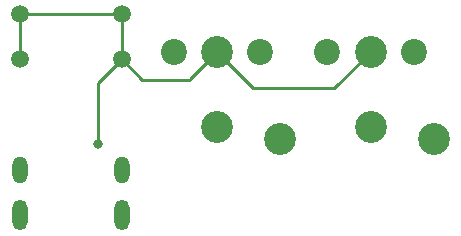
<source format=gbr>
%TF.GenerationSoftware,KiCad,Pcbnew,7.0.9*%
%TF.CreationDate,2024-01-10T16:41:44+00:00*%
%TF.ProjectId,ds_lite_tv_out_tv_side,64735f6c-6974-4655-9f74-765f6f75745f,rev?*%
%TF.SameCoordinates,Original*%
%TF.FileFunction,Copper,L2,Bot*%
%TF.FilePolarity,Positive*%
%FSLAX46Y46*%
G04 Gerber Fmt 4.6, Leading zero omitted, Abs format (unit mm)*
G04 Created by KiCad (PCBNEW 7.0.9) date 2024-01-10 16:41:44*
%MOMM*%
%LPD*%
G01*
G04 APERTURE LIST*
%TA.AperFunction,ComponentPad*%
%ADD10C,2.700000*%
%TD*%
%TA.AperFunction,ComponentPad*%
%ADD11C,2.200000*%
%TD*%
%TA.AperFunction,ComponentPad*%
%ADD12O,1.300000X2.300000*%
%TD*%
%TA.AperFunction,ComponentPad*%
%ADD13O,1.300000X2.600000*%
%TD*%
%TA.AperFunction,ComponentPad*%
%ADD14C,1.500000*%
%TD*%
%TA.AperFunction,ViaPad*%
%ADD15C,0.800000*%
%TD*%
%TA.AperFunction,Conductor*%
%ADD16C,0.250000*%
%TD*%
G04 APERTURE END LIST*
D10*
%TO.P,J1,1,In*%
%TO.N,Net-(J1-In)*%
X156410000Y-95820000D03*
%TO.P,J1,2,Ext*%
%TO.N,Net-(J1-Ext)*%
X151030000Y-88450000D03*
D11*
%TO.P,J1,3*%
%TO.N,N/C*%
X147380000Y-88450000D03*
D10*
X151030000Y-94800000D03*
D11*
X154680000Y-88450000D03*
%TD*%
D12*
%TO.P,P1,S1,SHIELD*%
%TO.N,unconnected-(P1-SHIELD-PadS1)*%
X134350000Y-98415000D03*
D13*
X134350000Y-102240000D03*
D12*
X142990000Y-98415000D03*
D13*
X142990000Y-102240000D03*
%TD*%
D10*
%TO.P,J2,1,In*%
%TO.N,Net-(J2-In)*%
X169430000Y-95820000D03*
%TO.P,J2,2,Ext*%
%TO.N,Net-(J1-Ext)*%
X164050000Y-88450000D03*
D11*
%TO.P,J2,3*%
%TO.N,N/C*%
X160400000Y-88450000D03*
D10*
X164050000Y-94800000D03*
D11*
X167700000Y-88450000D03*
%TD*%
D14*
%TO.P,U1,1,GND*%
%TO.N,Net-(J1-Ext)*%
X134354000Y-85240000D03*
X134354000Y-89037300D03*
X142990000Y-85240000D03*
X142990000Y-89037300D03*
%TD*%
D15*
%TO.N,Net-(J1-Ext)*%
X141000000Y-96220000D03*
%TD*%
D16*
%TO.N,Net-(J1-Ext)*%
X142990000Y-89037300D02*
X142990000Y-85240000D01*
X134354000Y-85240000D02*
X134354000Y-89037300D01*
X134354000Y-85240000D02*
X142990000Y-85240000D01*
X160980000Y-91520000D02*
X164050000Y-88450000D01*
X151030000Y-88450000D02*
X154100000Y-91520000D01*
X154100000Y-91520000D02*
X160980000Y-91520000D01*
X148780000Y-90780000D02*
X148780000Y-90700000D01*
X148780000Y-90700000D02*
X151030000Y-88450000D01*
X141000000Y-91027300D02*
X142990000Y-89037300D01*
X141000000Y-96220000D02*
X141000000Y-91027300D01*
X144732700Y-90780000D02*
X148780000Y-90780000D01*
X142990000Y-89037300D02*
X144732700Y-90780000D01*
%TD*%
M02*

</source>
